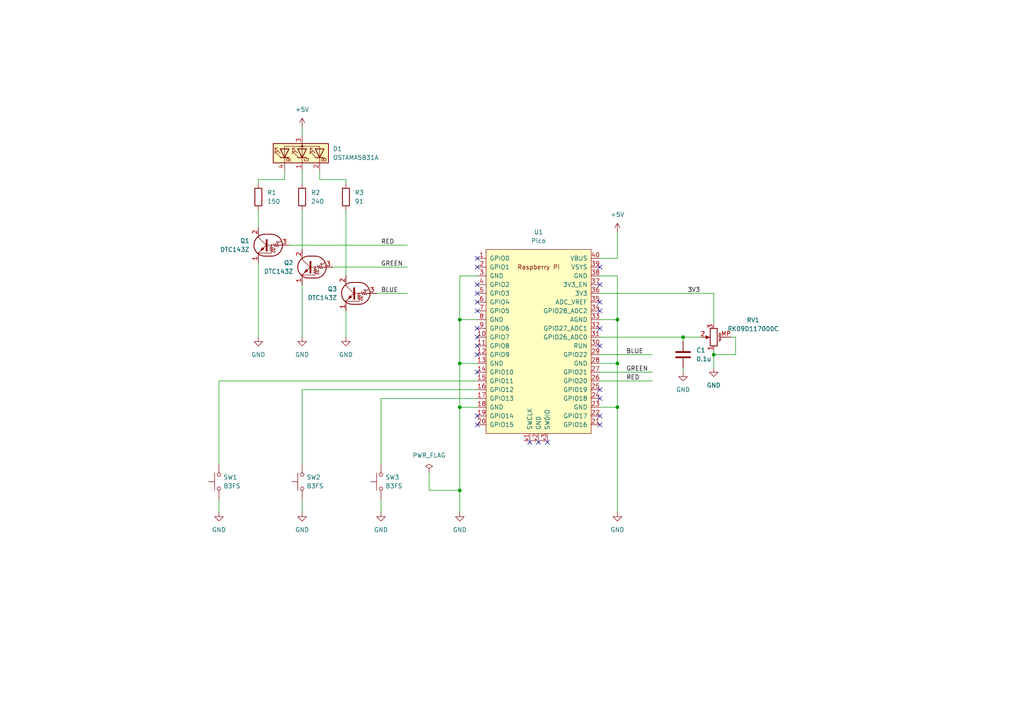
<source format=kicad_sch>
(kicad_sch (version 20230121) (generator eeschema)
  (paper "A4")
  (lib_symbols
    (symbol "Device:C" (pin_numbers hide) (pin_names (offset 0.254))
      (property "Reference" "C" (at 0.635 2.54 0))
      (property "Value" "C" (at 0.635 -2.54 0))
      (symbol "C_0_1"
        (polyline (pts (xy -2.032 -0.762) (xy 2.032 -0.762)) (stroke (width 0.508)))
        (polyline (pts (xy -2.032 0.762) (xy 2.032 0.762)) (stroke (width 0.508)))
      )
      (symbol "C_1_1"
        (pin passive line (at 0 3.81 270) (length 2.794) (name "~") (number "1"))
        (pin passive line (at 0 -3.81 90) (length 2.794) (name "~") (number "2"))
      )
    )
    (symbol "Device:R" (pin_numbers hide) (pin_names (offset 0))
      (property "Reference" "R" (at 2.032 0 90))
      (property "Value" "R" (at 0 0 90))
      (symbol "R_0_1"
        (rectangle (start -1.016 -2.54) (end 1.016 2.54) (stroke (width 0.254)))
      )
      (symbol "R_1_1"
        (pin passive line (at 0 3.81 270) (length 1.27) (name "~") (number "1"))
        (pin passive line (at 0 -3.81 90) (length 1.27) (name "~") (number "2"))
      )
    )
    (symbol "Device:R_Potentiometer_MountingPin" (pin_names (offset 1.016) hide)
      (property "Reference" "RV" (at -8.255 0 90))
      (property "Value" "R_Potentiometer_MountingPin" (at -6.35 0 90))
      (symbol "R_Potentiometer_MountingPin_0_1"
        (polyline (pts (xy 2.54 0) (xy 1.524 0)))
        (polyline (pts (xy 1.143 0) (xy 2.286 0.508) (xy 2.286 -0.508)) (fill (type outline)))
        (rectangle (start 1.016 2.54) (end -1.016 -2.54) (stroke (width 0.254)))
      )
      (symbol "R_Potentiometer_MountingPin_1_1"
        (polyline (pts (xy -2.032 1.016) (xy -2.032 -1.016)) (stroke (width 0.1524)))
        (text "Mounting" (at -1.651 0 900) (effects (font (size 0.381 0.381))))
        (pin passive line (at 0 3.81 270) (length 1.27) (name "1") (number "1"))
        (pin passive line (at 3.81 0 180) (length 1.27) (name "2") (number "2"))
        (pin passive line (at 0 -3.81 90) (length 1.27) (name "3") (number "3"))
        (pin passive line (at -5.08 0 0) (length 3.048) (name "MountPin") (number "MP"))
      )
    )
    (symbol "My_Digital_Tr:DTC143Z_1" (pin_names (offset 0) hide)
      (property "Reference" "Q2" (at 5.08 1.27 0))
      (property "Value" "DTC143Z" (at 5.08 -1.27 0))
      (symbol "DTC143Z_1_0_0"
        (text "47k" (at -2.159 -1.524 900) (effects (font (size 0.508 0.508))))
        (text "4k7" (at -3.302 0.889 0) (effects (font (size 0.508 0.508))))
      )
      (symbol "DTC143Z_1_0_1"
        (circle (center -1.27 0) (radius 0.127))
        (arc (start -1.27 3.175) (mid -4.4312 0) (end -1.27 -3.175) (stroke (width 0.254)))
        (polyline (pts (xy -3.429 0) (xy -3.81 0)))
        (polyline (pts (xy -1.27 -3.175) (xy 0.635 -3.175)) (stroke (width 0.254)))
        (polyline (pts (xy -1.27 3.175) (xy 0.635 3.175)) (stroke (width 0.254)))
        (polyline (pts (xy 0 -0.254) (xy 2.54 2.286)))
        (polyline (pts (xy 0.127 1.524) (xy 0.127 -1.651)) (stroke (width 0.508)) (fill (type outline)))
        (polyline (pts (xy 2.54 2.286) (xy 2.54 2.54)))
        (polyline (pts (xy 2.54 -2.286) (xy 0 0.254) (xy 0 0.254)))
        (polyline (pts (xy 0.889 -1.143) (xy 1.397 -0.635) (xy 1.905 -1.651) (xy 0.889 -1.143)) (fill (type outline)))
        (polyline (pts (xy 0 0) (xy -1.905 0) (xy -2.032 0.508) (xy -2.286 -0.508) (xy -2.54 0.508) (xy -2.794 -0.508) (xy -3.048 0.508) (xy -3.302 -0.508) (xy -3.429 0)))
        (polyline (pts (xy -1.27 0) (xy -1.27 -0.381) (xy -0.762 -0.508) (xy -1.778 -0.762) (xy -0.762 -1.016) (xy -1.778 -1.27) (xy -0.762 -1.524) (xy -1.778 -1.778) (xy -1.27 -1.905) (xy -1.27 -2.286) (xy 2.54 -2.286)))
        (arc (start 0.635 -3.175) (mid 3.7962 0) (end 0.635 3.175) (stroke (width 0.254)))
        (circle (center 2.54 -2.286) (radius 0.127))
      )
      (symbol "DTC143Z_1_1_1"
        (pin passive line (at 2.54 -5.08 90) (length 2.54) (name "E") (number "1"))
        (pin passive line (at 2.54 5.08 270) (length 2.54) (name "C") (number "2"))
        (pin input line (at -6.35 0 0) (length 2.54) (name "B") (number "3"))
      )
    )
    (symbol "My_LED:LED_GBAR" (pin_names (offset 0) hide)
      (property "Reference" "D1" (at 1.27 -8.89 90))
      (property "Value" "OSTAMA5B31A" (at -1.27 -8.89 90))
      (symbol "LED_GBAR_0_0"
        (text "B" (at -1.905 -6.35 0) (effects (font (size 1.27 1.27))))
        (text "G" (at -1.905 -1.27 0) (effects (font (size 1.27 1.27))))
        (text "R" (at -1.905 3.81 0) (effects (font (size 1.27 1.27))))
      )
      (symbol "LED_GBAR_0_1"
        (polyline (pts (xy -1.27 -5.08) (xy -2.54 -5.08)))
        (polyline (pts (xy -1.27 -5.08) (xy 1.27 -5.08)))
        (polyline (pts (xy -1.27 -3.81) (xy -1.27 -6.35)) (stroke (width 0.254)))
        (polyline (pts (xy -1.27 0) (xy -2.54 0)))
        (polyline (pts (xy -1.27 1.27) (xy -1.27 -1.27)) (stroke (width 0.254)))
        (polyline (pts (xy -1.27 5.08) (xy -2.54 5.08)))
        (polyline (pts (xy -1.27 5.08) (xy 1.27 5.08)))
        (polyline (pts (xy -1.27 6.35) (xy -1.27 3.81)) (stroke (width 0.254)))
        (polyline (pts (xy 1.27 0) (xy -1.27 0)))
        (polyline (pts (xy 1.27 0) (xy 2.54 0)))
        (polyline (pts (xy -1.27 1.27) (xy -1.27 -1.27) (xy -1.27 -1.27)))
        (polyline (pts (xy -1.27 6.35) (xy -1.27 3.81) (xy -1.27 3.81)))
        (polyline (pts (xy 1.27 -5.08) (xy 2.032 -5.08) (xy 2.032 5.08) (xy 1.27 5.08)))
        (polyline (pts (xy 1.27 -3.81) (xy 1.27 -6.35) (xy -1.27 -5.08) (xy 1.27 -3.81)) (stroke (width 0.254)))
        (polyline (pts (xy 1.27 1.27) (xy 1.27 -1.27) (xy -1.27 0) (xy 1.27 1.27)) (stroke (width 0.254)))
        (polyline (pts (xy 1.27 6.35) (xy 1.27 3.81) (xy -1.27 5.08) (xy 1.27 6.35)) (stroke (width 0.254)))
        (polyline (pts (xy -1.016 -3.81) (xy 0.508 -2.286) (xy -0.254 -2.286) (xy 0.508 -2.286) (xy 0.508 -3.048)))
        (polyline (pts (xy -1.016 1.27) (xy 0.508 2.794) (xy -0.254 2.794) (xy 0.508 2.794) (xy 0.508 2.032)))
        (polyline (pts (xy -1.016 6.35) (xy 0.508 7.874) (xy -0.254 7.874) (xy 0.508 7.874) (xy 0.508 7.112)))
        (polyline (pts (xy 0 -3.81) (xy 1.524 -2.286) (xy 0.762 -2.286) (xy 1.524 -2.286) (xy 1.524 -3.048)))
        (polyline (pts (xy 0 1.27) (xy 1.524 2.794) (xy 0.762 2.794) (xy 1.524 2.794) (xy 1.524 2.032)))
        (polyline (pts (xy 0 6.35) (xy 1.524 7.874) (xy 0.762 7.874) (xy 1.524 7.874) (xy 1.524 7.112)))
        (rectangle (start 1.27 -1.27) (end 1.27 1.27))
        (rectangle (start 1.27 1.27) (end 1.27 1.27))
        (rectangle (start 1.27 3.81) (end 1.27 6.35))
        (rectangle (start 1.27 6.35) (end 1.27 6.35))
        (circle (center 2.032 0) (radius 0.254) (fill (type outline)))
        (rectangle (start 2.794 8.382) (end -2.794 -7.62) (stroke (width 0.254)) (fill (type background)))
      )
      (symbol "LED_GBAR_1_1"
        (pin passive line (at -5.08 0 0) (length 2.54) (name "GK") (number "1"))
        (pin passive line (at -5.08 -5.08 0) (length 2.54) (name "BK") (number "2"))
        (pin power_in line (at 5.08 0 180) (length 2.54) (name "A") (number "3"))
        (pin passive line (at -5.08 5.08 0) (length 2.54) (name "RK") (number "4"))
      )
    )
    (symbol "My_RPi_Pico:Pico" (pin_names (offset 1.016))
      (property "Reference" "U" (at -13.97 27.94 0))
      (property "Value" "Pico" (at 0 19.05 0))
      (symbol "Pico_0_0"
        (text "Raspberry Pi" (at 0 21.59 0) (effects (font (size 1.27 1.27))))
      )
      (symbol "Pico_0_1"
        (rectangle (start -15.24 26.67) (end 15.24 -26.67) (fill (type background)))
      )
      (symbol "Pico_1_1"
        (pin bidirectional line (at -17.78 24.13 0) (length 2.54) (name "GPIO0") (number "1"))
        (pin bidirectional line (at -17.78 1.27 0) (length 2.54) (name "GPIO7") (number "10"))
        (pin bidirectional line (at -17.78 -1.27 0) (length 2.54) (name "GPIO8") (number "11"))
        (pin bidirectional line (at -17.78 -3.81 0) (length 2.54) (name "GPIO9") (number "12"))
        (pin power_in line (at -17.78 -6.35 0) (length 2.54) (name "GND") (number "13"))
        (pin bidirectional line (at -17.78 -8.89 0) (length 2.54) (name "GPIO10") (number "14"))
        (pin bidirectional line (at -17.78 -11.43 0) (length 2.54) (name "GPIO11") (number "15"))
        (pin bidirectional line (at -17.78 -13.97 0) (length 2.54) (name "GPIO12") (number "16"))
        (pin bidirectional line (at -17.78 -16.51 0) (length 2.54) (name "GPIO13") (number "17"))
        (pin power_in line (at -17.78 -19.05 0) (length 2.54) (name "GND") (number "18"))
        (pin bidirectional line (at -17.78 -21.59 0) (length 2.54) (name "GPIO14") (number "19"))
        (pin bidirectional line (at -17.78 21.59 0) (length 2.54) (name "GPIO1") (number "2"))
        (pin bidirectional line (at -17.78 -24.13 0) (length 2.54) (name "GPIO15") (number "20"))
        (pin bidirectional line (at 17.78 -24.13 180) (length 2.54) (name "GPIO16") (number "21"))
        (pin bidirectional line (at 17.78 -21.59 180) (length 2.54) (name "GPIO17") (number "22"))
        (pin power_in line (at 17.78 -19.05 180) (length 2.54) (name "GND") (number "23"))
        (pin bidirectional line (at 17.78 -16.51 180) (length 2.54) (name "GPIO18") (number "24"))
        (pin bidirectional line (at 17.78 -13.97 180) (length 2.54) (name "GPIO19") (number "25"))
        (pin bidirectional line (at 17.78 -11.43 180) (length 2.54) (name "GPIO20") (number "26"))
        (pin bidirectional line (at 17.78 -8.89 180) (length 2.54) (name "GPIO21") (number "27"))
        (pin power_in line (at 17.78 -6.35 180) (length 2.54) (name "GND") (number "28"))
        (pin bidirectional line (at 17.78 -3.81 180) (length 2.54) (name "GPIO22") (number "29"))
        (pin power_in line (at -17.78 19.05 0) (length 2.54) (name "GND") (number "3"))
        (pin input line (at 17.78 -1.27 180) (length 2.54) (name "RUN") (number "30"))
        (pin bidirectional line (at 17.78 1.27 180) (length 2.54) (name "GPIO26_ADC0") (number "31"))
        (pin bidirectional line (at 17.78 3.81 180) (length 2.54) (name "GPIO27_ADC1") (number "32"))
        (pin power_in line (at 17.78 6.35 180) (length 2.54) (name "AGND") (number "33"))
        (pin bidirectional line (at 17.78 8.89 180) (length 2.54) (name "GPIO28_ADC2") (number "34"))
        (pin unspecified line (at 17.78 11.43 180) (length 2.54) (name "ADC_VREF") (number "35"))
        (pin power_out line (at 17.78 13.97 180) (length 2.54) (name "3V3") (number "36"))
        (pin input line (at 17.78 16.51 180) (length 2.54) (name "3V3_EN") (number "37"))
        (pin power_in line (at 17.78 19.05 180) (length 2.54) (name "GND") (number "38"))
        (pin unspecified line (at 17.78 21.59 180) (length 2.54) (name "VSYS") (number "39"))
        (pin bidirectional line (at -17.78 16.51 0) (length 2.54) (name "GPIO2") (number "4"))
        (pin power_out line (at 17.78 24.13 180) (length 2.54) (name "VBUS") (number "40"))
        (pin input line (at -2.54 -29.21 90) (length 2.54) (name "SWCLK") (number "41"))
        (pin power_in line (at 0 -29.21 90) (length 2.54) (name "GND") (number "42"))
        (pin bidirectional line (at 2.54 -29.21 90) (length 2.54) (name "SWDIO") (number "43"))
        (pin bidirectional line (at -17.78 13.97 0) (length 2.54) (name "GPIO3") (number "5"))
        (pin bidirectional line (at -17.78 11.43 0) (length 2.54) (name "GPIO4") (number "6"))
        (pin bidirectional line (at -17.78 8.89 0) (length 2.54) (name "GPIO5") (number "7"))
        (pin power_in line (at -17.78 6.35 0) (length 2.54) (name "GND") (number "8"))
        (pin bidirectional line (at -17.78 3.81 0) (length 2.54) (name "GPIO6") (number "9"))
      )
    )
    (symbol "Switch:SW_Omron_B3FS" (pin_numbers hide) (pin_names (offset 1.016) hide)
      (property "Reference" "SW" (at 1.27 2.54 0))
      (property "Value" "SW_Omron_B3FS" (at 0 -1.524 0))
      (symbol "SW_Omron_B3FS_0_1"
        (circle (center -2.032 0) (radius 0.508))
        (polyline (pts (xy 0 1.27) (xy 0 3.048)))
        (polyline (pts (xy 2.54 1.27) (xy -2.54 1.27)))
        (circle (center 2.032 0) (radius 0.508))
        (pin passive line (at -5.08 0 0) (length 2.54) (name "1") (number "1"))
        (pin passive line (at 5.08 0 180) (length 2.54) (name "2") (number "2"))
      )
    )
    (symbol "power:+5V" (power) (pin_names (offset 0))
      (property "Value" "+5V" (at 0 3.556 0))
      (symbol "+5V_0_1"
        (polyline (pts (xy -0.762 1.27) (xy 0 2.54)))
        (polyline (pts (xy 0 0) (xy 0 2.54)))
        (polyline (pts (xy 0 2.54) (xy 0.762 1.27)))
      )
      (symbol "+5V_1_1"
        (pin power_in line (at 0 0 90) (length 0) hide (name "+5V") (number "1"))
      )
    )
    (symbol "power:GND" (power) (pin_names (offset 0))
      (property "Value" "GND" (at 0 -3.81 0))
      (symbol "GND_0_1"
        (polyline (pts (xy 0 0) (xy 0 -1.27) (xy 1.27 -1.27) (xy 0 -2.54) (xy -1.27 -1.27) (xy 0 -1.27)))
      )
      (symbol "GND_1_1"
        (pin power_in line (at 0 0 270) (length 0) hide (name "GND") (number "1"))
      )
    )
    (symbol "power:PWR_FLAG" (power) (pin_numbers hide) (pin_names (offset 0) hide)
      (property "Value" "PWR_FLAG" (at 0 3.81 0))
      (symbol "PWR_FLAG_0_0"
        (pin power_out line (at 0 0 90) (length 0) (name "pwr") (number "1"))
      )
      (symbol "PWR_FLAG_0_1"
        (polyline (pts (xy 0 0) (xy 0 1.27) (xy -1.016 1.905) (xy 0 2.54) (xy 1.016 1.905) (xy 0 1.27)))
      )
    )
  )
  (junction (at 133.35 142.24))
  (junction (at 179.07 118.11))
  (junction (at 133.35 92.71))
  (junction (at 133.35 118.11))
  (junction (at 179.07 92.71))
  (junction (at 207.01 102.87))
  (junction (at 179.07 105.41))
  (junction (at 133.35 105.41))
  (junction (at 198.12 97.79))
  (no_connect (at 138.43 120.65))
  (no_connect (at 153.67 128.27))
  (no_connect (at 138.43 90.17))
  (no_connect (at 138.43 87.63))
  (no_connect (at 173.99 115.57))
  (no_connect (at 138.43 85.09))
  (no_connect (at 138.43 107.95))
  (no_connect (at 138.43 100.33))
  (no_connect (at 138.43 74.93))
  (no_connect (at 138.43 82.55))
  (no_connect (at 156.21 128.27))
  (no_connect (at 138.43 95.25))
  (no_connect (at 173.99 95.25))
  (no_connect (at 138.43 123.19))
  (no_connect (at 173.99 113.03))
  (no_connect (at 173.99 90.17))
  (no_connect (at 173.99 100.33))
  (no_connect (at 158.75 128.27))
  (no_connect (at 173.99 77.47))
  (no_connect (at 173.99 120.65))
  (no_connect (at 173.99 123.19))
  (no_connect (at 138.43 97.79))
  (no_connect (at 138.43 102.87))
  (no_connect (at 173.99 82.55))
  (no_connect (at 173.99 87.63))
  (no_connect (at 138.43 77.47))
  (wire (pts (xy 100.33 52.07) (xy 100.33 53.34)))
  (wire (pts (xy 124.46 137.16) (xy 124.46 142.24)))
  (wire (pts (xy 118.11 85.09) (xy 109.22 85.09)))
  (wire (pts (xy 83.82 71.12) (xy 118.11 71.12)))
  (wire (pts (xy 138.43 110.49) (xy 63.5 110.49)))
  (wire (pts (xy 179.07 118.11) (xy 179.07 105.41)))
  (wire (pts (xy 138.43 115.57) (xy 110.49 115.57)))
  (wire (pts (xy 133.35 105.41) (xy 133.35 92.71)))
  (wire (pts (xy 87.63 82.55) (xy 87.63 97.79)))
  (wire (pts (xy 198.12 97.79) (xy 198.12 99.06)))
  (wire (pts (xy 198.12 97.79) (xy 203.2 97.79)))
  (wire (pts (xy 133.35 142.24) (xy 133.35 118.11)))
  (wire (pts (xy 110.49 144.78) (xy 110.49 148.59)))
  (wire (pts (xy 133.35 118.11) (xy 133.35 105.41)))
  (wire (pts (xy 74.93 60.96) (xy 74.93 66.04)))
  (wire (pts (xy 173.99 107.95) (xy 189.23 107.95)))
  (wire (pts (xy 87.63 72.39) (xy 87.63 60.96)))
  (wire (pts (xy 173.99 92.71) (xy 179.07 92.71)))
  (wire (pts (xy 138.43 113.03) (xy 87.63 113.03)))
  (wire (pts (xy 173.99 85.09) (xy 207.01 85.09)))
  (wire (pts (xy 179.07 148.59) (xy 179.07 118.11)))
  (wire (pts (xy 179.07 92.71) (xy 179.07 80.01)))
  (wire (pts (xy 87.63 113.03) (xy 87.63 134.62)))
  (wire (pts (xy 133.35 148.59) (xy 133.35 142.24)))
  (wire (pts (xy 124.46 142.24) (xy 133.35 142.24)))
  (wire (pts (xy 173.99 110.49) (xy 189.23 110.49)))
  (wire (pts (xy 173.99 97.79) (xy 198.12 97.79)))
  (wire (pts (xy 207.01 85.09) (xy 207.01 93.98)))
  (wire (pts (xy 179.07 74.93) (xy 179.07 67.31)))
  (wire (pts (xy 133.35 92.71) (xy 133.35 80.01)))
  (wire (pts (xy 207.01 102.87) (xy 213.36 102.87)))
  (wire (pts (xy 133.35 80.01) (xy 138.43 80.01)))
  (wire (pts (xy 87.63 36.83) (xy 87.63 39.37)))
  (wire (pts (xy 207.01 102.87) (xy 207.01 106.68)))
  (wire (pts (xy 133.35 92.71) (xy 138.43 92.71)))
  (wire (pts (xy 87.63 144.78) (xy 87.63 148.59)))
  (wire (pts (xy 92.71 52.07) (xy 100.33 52.07)))
  (wire (pts (xy 100.33 90.17) (xy 100.33 97.79)))
  (wire (pts (xy 207.01 101.6) (xy 207.01 102.87)))
  (wire (pts (xy 173.99 118.11) (xy 179.07 118.11)))
  (wire (pts (xy 179.07 80.01) (xy 173.99 80.01)))
  (wire (pts (xy 212.09 97.79) (xy 213.36 97.79)))
  (wire (pts (xy 179.07 105.41) (xy 179.07 92.71)))
  (wire (pts (xy 74.93 76.2) (xy 74.93 97.79)))
  (wire (pts (xy 133.35 118.11) (xy 138.43 118.11)))
  (wire (pts (xy 173.99 74.93) (xy 179.07 74.93)))
  (wire (pts (xy 173.99 102.87) (xy 189.23 102.87)))
  (wire (pts (xy 198.12 106.68) (xy 198.12 107.95)))
  (wire (pts (xy 74.93 52.07) (xy 82.55 52.07)))
  (wire (pts (xy 63.5 110.49) (xy 63.5 134.62)))
  (wire (pts (xy 213.36 97.79) (xy 213.36 102.87)))
  (wire (pts (xy 133.35 105.41) (xy 138.43 105.41)))
  (wire (pts (xy 110.49 115.57) (xy 110.49 134.62)))
  (wire (pts (xy 100.33 60.96) (xy 100.33 80.01)))
  (wire (pts (xy 63.5 144.78) (xy 63.5 148.59)))
  (wire (pts (xy 87.63 49.53) (xy 87.63 53.34)))
  (wire (pts (xy 82.55 52.07) (xy 82.55 49.53)))
  (wire (pts (xy 74.93 53.34) (xy 74.93 52.07)))
  (wire (pts (xy 173.99 105.41) (xy 179.07 105.41)))
  (wire (pts (xy 96.52 77.47) (xy 118.11 77.47)))
  (wire (pts (xy 92.71 49.53) (xy 92.71 52.07)))
  (label "GREEN" (at 181.61 107.95 0))
  (label "3V3" (at 199.39 85.09 0))
  (label "BLUE" (at 110.49 85.09 0))
  (label "GREEN" (at 110.49 77.47 0))
  (label "RED" (at 181.61 110.49 0))
  (label "RED" (at 110.49 71.12 0))
  (label "BLUE" (at 181.61 102.87 0))
  (symbol (lib_id "My_RPi_Pico:Pico") (at 156.21 99.06 0) (unit 1)
    (property "Reference" "U1" (at 156.21 67.31 0))
    (property "Value" "Pico" (at 156.21 69.85 0))
    (property "Footprint" "My_Lib:RPi_Pico_SMD_TH" (effects hide))
  )
  (symbol (lib_id "My_Digital_Tr:DTC143Z_1") (at 90.17 77.47 0) (mirror y) (unit 1)
    (property "Reference" "Q2" (at 85.09 76.2 0) (effects (justify left)))
    (property "Value" "DTC143Z" (at 85.09 78.74 0) (effects (justify left)))
    (property "Footprint" "Package_TO_SOT_THT:TO-92_Inline" (effects hide))
  )
  (symbol (lib_id "Device:R") (at 87.63 57.15 0) (unit 1)
    (property "Reference" "R2" (at 90.17 55.88 0) (effects (justify left)))
    (property "Value" "240" (at 90.17 58.42 0) (effects (justify left)))
    (property "Footprint" "Resistor_THT:R_Axial_DIN0207_L6.3mm_D2.5mm_P10.16mm_Horizontal" (effects hide))
  )
  (symbol (lib_id "Device:R_Potentiometer_MountingPin") (at 207.01 97.79 180) (unit 1)
    (property "Reference" "RV1" (at 218.44 92.8369 0))
    (property "Value" "RK09D117000C" (at 218.44 95.3769 0))
    (property "Footprint" "Potentiometer_THT:Potentiometer_Alps_RK09K_Single_Vertical" (effects hide))
  )
  (symbol (lib_id "My_Digital_Tr:DTC143Z_1") (at 77.47 71.12 0) (mirror y) (unit 1)
    (property "Reference" "Q1" (at 72.39 69.85 0) (effects (justify left)))
    (property "Value" "DTC143Z" (at 72.39 72.39 0) (effects (justify left)))
    (property "Footprint" "Package_TO_SOT_THT:TO-92_Inline" (effects hide))
  )
  (symbol (lib_id "power:GND") (at 87.63 148.59 0) (unit 1)
    (property "Reference" "#PWR07" (effects hide))
    (property "Value" "GND" (at 87.63 153.67 0))
  )
  (symbol (lib_id "Switch:SW_Omron_B3FS") (at 110.49 139.7 90) (unit 1)
    (property "Reference" "SW3" (at 111.76 138.43 90) (effects (justify right)))
    (property "Value" "B3FS" (at 111.76 140.97 90) (effects (justify right)))
    (property "Footprint" "Button_Switch_THT:SW_TH_Tactile_Omron_B3F-10xx" (effects hide))
    (property "Datasheet" "https://omronfs.omron.com/en_US/ecb/products/pdf/en-b3fs.pdf" (effects hide))
  )
  (symbol (lib_id "Device:R") (at 100.33 57.15 0) (unit 1)
    (property "Reference" "R3" (at 102.87 55.88 0) (effects (justify left)))
    (property "Value" "91" (at 102.87 58.42 0) (effects (justify left)))
    (property "Footprint" "Resistor_THT:R_Axial_DIN0207_L6.3mm_D2.5mm_P10.16mm_Horizontal" (effects hide))
  )
  (symbol (lib_id "power:GND") (at 87.63 97.79 0) (unit 1)
    (property "Reference" "#PWR02" (effects hide))
    (property "Value" "GND" (at 87.63 102.87 0))
  )
  (symbol (lib_id "Switch:SW_Omron_B3FS") (at 63.5 139.7 90) (unit 1)
    (property "Reference" "SW1" (at 64.77 138.43 90) (effects (justify right)))
    (property "Value" "B3FS" (at 64.77 140.97 90) (effects (justify right)))
    (property "Footprint" "Button_Switch_THT:SW_TH_Tactile_Omron_B3F-10xx" (effects hide))
    (property "Datasheet" "https://omronfs.omron.com/en_US/ecb/products/pdf/en-b3fs.pdf" (effects hide))
  )
  (symbol (lib_id "power:+5V") (at 179.07 67.31 0) (unit 1)
    (property "Reference" "#PWR05" (effects hide))
    (property "Value" "+5V" (at 179.07 62.23 0))
  )
  (symbol (lib_id "power:GND") (at 133.35 148.59 0) (unit 1)
    (property "Reference" "#PWR09" (effects hide))
    (property "Value" "GND" (at 133.35 153.67 0))
  )
  (symbol (lib_id "Switch:SW_Omron_B3FS") (at 87.63 139.7 90) (unit 1)
    (property "Reference" "SW2" (at 88.9 138.43 90) (effects (justify right)))
    (property "Value" "B3FS" (at 88.9 140.97 90) (effects (justify right)))
    (property "Footprint" "Button_Switch_THT:SW_TH_Tactile_Omron_B3F-10xx" (effects hide))
    (property "Datasheet" "https://omronfs.omron.com/en_US/ecb/products/pdf/en-b3fs.pdf" (effects hide))
  )
  (symbol (lib_id "Device:R") (at 74.93 57.15 0) (unit 1)
    (property "Reference" "R1" (at 77.47 55.88 0) (effects (justify left)))
    (property "Value" "150" (at 77.47 58.42 0) (effects (justify left)))
    (property "Footprint" "Resistor_THT:R_Axial_DIN0207_L6.3mm_D2.5mm_P10.16mm_Horizontal" (effects hide))
  )
  (symbol (lib_id "power:+5V") (at 87.63 36.83 0) (unit 1)
    (property "Reference" "#PWR04" (effects hide))
    (property "Value" "+5V" (at 87.63 31.75 0))
  )
  (symbol (lib_id "My_Digital_Tr:DTC143Z_1") (at 102.87 85.09 0) (mirror y) (unit 1)
    (property "Reference" "Q3" (at 97.79 83.82 0) (effects (justify left)))
    (property "Value" "DTC143Z" (at 97.79 86.36 0) (effects (justify left)))
    (property "Footprint" "Package_TO_SOT_THT:TO-92_Inline" (effects hide))
  )
  (symbol (lib_id "power:PWR_FLAG") (at 124.46 137.16 0) (unit 1)
    (property "Reference" "#FLG02" (effects hide))
    (property "Value" "PWR_FLAG" (at 124.46 132.08 0))
  )
  (symbol (lib_id "power:GND") (at 74.93 97.79 0) (unit 1)
    (property "Reference" "#PWR03" (effects hide))
    (property "Value" "GND" (at 74.93 102.87 0))
  )
  (symbol (lib_id "power:GND") (at 207.01 106.68 0) (unit 1)
    (property "Reference" "#PWR011" (effects hide))
    (property "Value" "GND" (at 207.01 111.76 0))
  )
  (symbol (lib_id "Device:C") (at 198.12 102.87 0) (unit 1)
    (property "Reference" "C1" (at 201.93 101.6 0) (effects (justify left)))
    (property "Value" "0.1u" (at 201.93 104.14 0) (effects (justify left)))
    (property "Footprint" "Capacitor_THT:C_Disc_D8.0mm_W2.5mm_P5.00mm" (effects hide))
  )
  (symbol (lib_id "power:GND") (at 100.33 97.79 0) (unit 1)
    (property "Reference" "#PWR01" (effects hide))
    (property "Value" "GND" (at 100.33 102.87 0))
  )
  (symbol (lib_id "power:GND") (at 110.49 148.59 0) (unit 1)
    (property "Reference" "#PWR06" (effects hide))
    (property "Value" "GND" (at 110.49 153.67 0))
  )
  (symbol (lib_id "power:GND") (at 63.5 148.59 0) (unit 1)
    (property "Reference" "#PWR08" (effects hide))
    (property "Value" "GND" (at 63.5 153.67 0))
  )
  (symbol (lib_id "power:GND") (at 179.07 148.59 0) (unit 1)
    (property "Reference" "#PWR010" (effects hide))
    (property "Value" "GND" (at 179.07 153.67 0))
  )
  (symbol (lib_id "power:GND") (at 198.12 107.95 0) (unit 1)
    (property "Reference" "#PWR012" (effects hide))
    (property "Value" "GND" (at 198.12 113.03 0))
  )
  (symbol (lib_id "My_LED:LED_GBAR") (at 87.63 44.45 90) (unit 1)
    (property "Reference" "D1" (at 96.52 43.18 90) (effects (justify right)))
    (property "Value" "OSTAMA5B31A" (at 96.52 45.72 90) (effects (justify right)))
    (property "Footprint" "My_Lib:LED_D5.0mm-4_RGB" (effects hide))
  )
)
</source>
